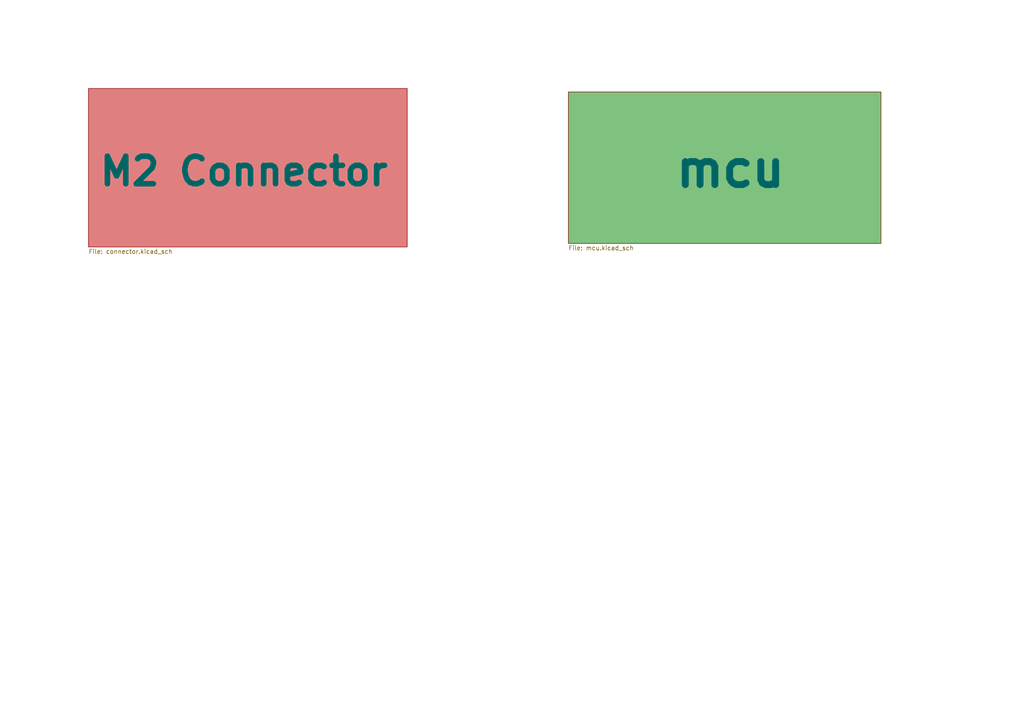
<source format=kicad_sch>
(kicad_sch
	(version 20231120)
	(generator "eeschema")
	(generator_version "8.0")
	(uuid "9e4c0f80-14bc-451b-8b05-b2f0d1a90e15")
	(paper "A4")
	(title_block
		(title "IoT Gateway")
		(date "2024-10-15")
		(rev "v0.1.0")
		(company "Abstract Machines")
		(comment 1 "Designed By: Rodney Osodo")
		(comment 2 "Approved By:")
	)
	(lib_symbols)
	(sheet
		(at 25.654 25.654)
		(size 92.456 45.974)
		(stroke
			(width 0.1524)
			(type solid)
		)
		(fill
			(color 194 0 0 0.5000)
		)
		(uuid "83e4a99f-78ba-41d9-bb2e-d560aa576bd6")
		(property "Sheetname" "M2 Connector"
			(at 28.194 54.356 0)
			(effects
				(font
					(size 8 8)
					(bold yes)
				)
				(justify left bottom)
			)
		)
		(property "Sheetfile" "connector.kicad_sch"
			(at 25.654 72.2126 0)
			(effects
				(font
					(size 1.27 1.27)
				)
				(justify left top)
			)
		)
		(instances
			(project "am-iot-gateway"
				(path "/9e4c0f80-14bc-451b-8b05-b2f0d1a90e15"
					(page "2")
				)
			)
		)
	)
	(sheet
		(at 164.846 26.67)
		(size 90.678 43.942)
		(stroke
			(width 0.1524)
			(type solid)
		)
		(fill
			(color 0 132 0 0.5000)
		)
		(uuid "94c14ccb-5c77-443e-a742-84763e7b200f")
		(property "Sheetname" "mcu"
			(at 195.072 54.864 0)
			(effects
				(font
					(size 10 10)
					(bold yes)
				)
				(justify left bottom)
			)
		)
		(property "Sheetfile" "mcu.kicad_sch"
			(at 164.846 71.1966 0)
			(effects
				(font
					(size 1.27 1.27)
				)
				(justify left top)
			)
		)
		(instances
			(project "am-iot-gateway"
				(path "/9e4c0f80-14bc-451b-8b05-b2f0d1a90e15"
					(page "3")
				)
			)
		)
	)
	(sheet_instances
		(path "/"
			(page "1")
		)
	)
)

</source>
